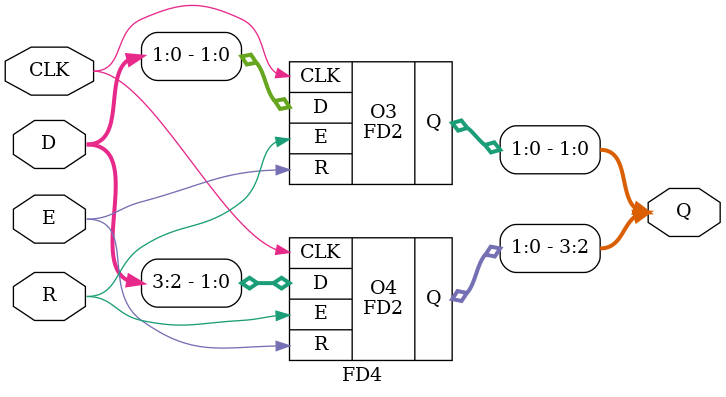
<source format=v>



//FlipFlopDs


// (1 bit)
module FD1(input wire CLK, input wire D, input wire E, input wire R, output Q);
reg Q;
	always @(posedge CLK or	posedge R or posedge E)
		if (R)begin
		Q <= 0;
	end else if(E) begin
		Q <= D;
	end
endmodule


// (2 bits)
module FD2(input wire CLK, input wire [1:0]D, input wire E, input wire R, output wire [1:0]Q);
	FD1 O0(CLK, D[0], R, E, Q[0]);
	FD1 O1(CLK, D[1], R, E, Q[1]);
endmodule


// (4 bits)
module FD4 (input wire CLK, input wire [3:0]D, input wire E, input wire R, output wire [3:0]Q);
	FD2 O3(CLK, D[1:0], R, E, Q[1:0]);
	FD2 O4(CLK, D[3:2], R, E, Q[3:2]);
endmodule

</source>
